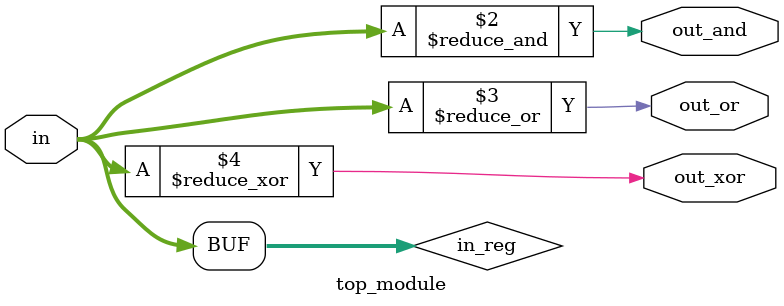
<source format=sv>
module top_module (
    input [99:0] in,
    output out_and,
    output out_or,
    output out_xor
);

reg [99:0] in_reg;

always @* begin
    in_reg = in;
    out_and = &in_reg;
    out_or  = |in_reg;
    out_xor = ^in_reg;
end

endmodule

</source>
